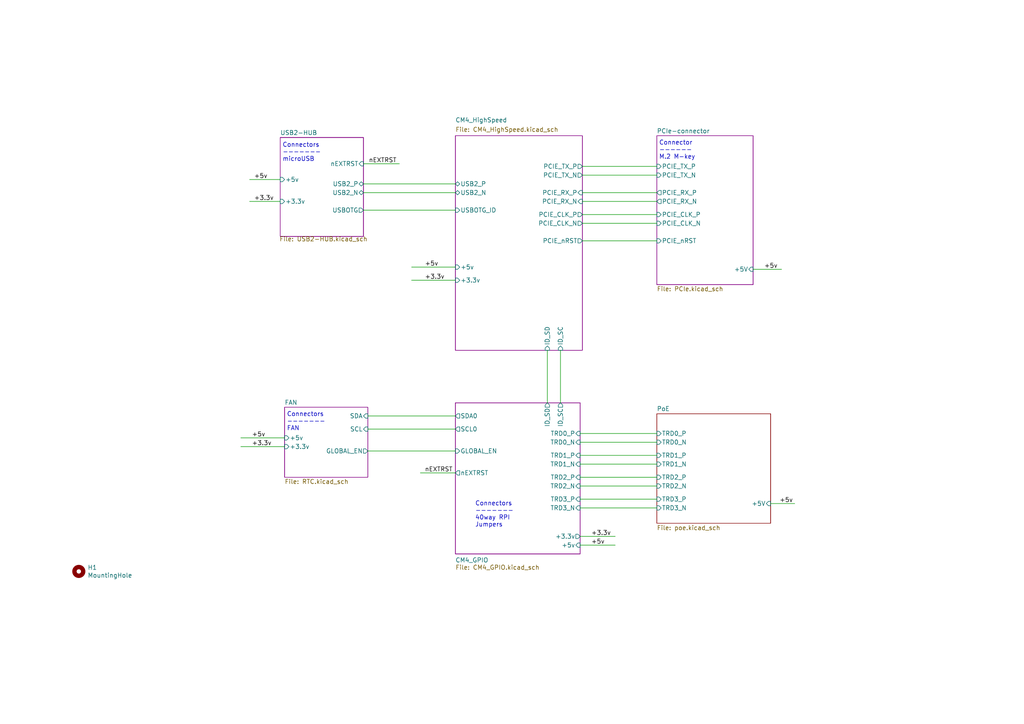
<source format=kicad_sch>
(kicad_sch (version 20211123) (generator eeschema)
  (paper "A4")
  (title_block (title "bitcart - Top Level") (date "2022-06-02") (rev "1") (comment 1 "https://github.com/skot/bitcart.git"))
  (lib_symbols
    (symbol "Mechanical:MountingHole"
      (property "Reference" "H" (at 0 5.08 0))
      (property "Value" "MountingHole" (at 0 3.175 0))
      (symbol "MountingHole_0_1"
        (circle (center 0 0) (radius 1.27) (stroke (width 1.27)))
      )
    )
  )
  (wire (pts (xy 81.28 52.07) (xy 72.39 52.07)))
  (wire (pts (xy 168.91 55.88) (xy 190.5 55.88)))
  (wire (pts (xy 105.41 47.498) (xy 115.824 47.498)))
  (wire (pts (xy 168.275 144.78) (xy 190.5 144.78)))
  (wire (pts (xy 168.91 69.85) (xy 190.5 69.85)))
  (wire (pts (xy 106.68 124.46) (xy 132.08 124.46)))
  (wire (pts (xy 162.56 116.84) (xy 162.56 101.6)))
  (wire (pts (xy 105.41 55.88) (xy 132.08 55.88)))
  (wire (pts (xy 168.275 134.62) (xy 190.5 134.62)))
  (wire (pts (xy 168.275 140.97) (xy 190.5 140.97)))
  (wire (pts (xy 168.91 58.42) (xy 190.5 58.42)))
  (wire (pts (xy 168.275 132.08) (xy 190.5 132.08)))
  (wire (pts (xy 168.91 50.8) (xy 190.5 50.8)))
  (wire (pts (xy 168.275 147.32) (xy 190.5 147.32)))
  (wire (pts (xy 119.38 77.47) (xy 132.08 77.47)))
  (wire (pts (xy 168.91 64.77) (xy 190.5 64.77)))
  (wire (pts (xy 81.28 58.42) (xy 72.39 58.42)))
  (wire (pts (xy 69.85 127) (xy 82.55 127)))
  (wire (pts (xy 168.275 155.575) (xy 178.435 155.575)))
  (wire (pts (xy 106.68 130.81) (xy 132.08 130.81)))
  (wire (pts (xy 168.275 138.43) (xy 190.5 138.43)))
  (wire (pts (xy 106.68 120.65) (xy 132.08 120.65)))
  (wire (pts (xy 158.75 101.6) (xy 158.75 116.84)))
  (wire (pts (xy 168.275 125.73) (xy 190.5 125.73)))
  (wire (pts (xy 105.41 60.96) (xy 132.08 60.96)))
  (wire (pts (xy 82.55 129.54) (xy 69.85 129.54)))
  (wire (pts (xy 168.275 158.115) (xy 178.435 158.115)))
  (wire (pts (xy 223.52 146.05) (xy 230.505 146.05)))
  (wire (pts (xy 132.08 81.28) (xy 119.38 81.28)))
  (wire (pts (xy 218.44 78.105) (xy 226.695 78.105)))
  (wire (pts (xy 168.91 62.23) (xy 190.5 62.23)))
  (wire (pts (xy 105.41 53.34) (xy 132.08 53.34)))
  (wire (pts (xy 168.275 128.27) (xy 190.5 128.27)))
  (wire (pts (xy 121.92 137.16) (xy 132.08 137.16)))
  (wire (pts (xy 168.91 48.26) (xy 190.5 48.26)))
  (text "Connectors\n-------\nFAN" (at 83.185 125.095 0) (effects (font (size 1.27 1.27)) (justify left bottom)))
  (text "Connector\n------\nM.2 M-key" (at 191.135 46.355 0) (effects (font (size 1.27 1.27)) (justify left bottom)))
  (text "Connectors\n-------\nmicroUSB" (at 81.915 46.99 0) (effects (font (size 1.27 1.27)) (justify left bottom)))
  (text "Connectors\n-------\n40way RPI\nJumpers" (at 137.795 153.035 0) (effects (font (size 1.27 1.27)) (justify left bottom)))
  (label "+5v" (at 171.45 158.115 0))
  (label "+5v" (at 123.19 77.47 0))
  (label "+5v" (at 73.025 127 0))
  (label "+3.3v" (at 73.66 58.42 0))
  (label "+3.3v" (at 73.025 129.54 0))
  (label "+3.3v" (at 171.45 155.575 0))
  (label "+5v" (at 226.06 146.05 0))
  (label "+5v" (at 73.66 52.07 0))
  (label "nEXTRST" (at 106.934 47.498 0))
  (label "+3.3v" (at 123.19 81.28 0))
  (label "+5v" (at 221.615 78.105 0))
  (label "nEXTRST" (at 123.19 137.16 0))
  (symbol (lib_id "Mechanical:MountingHole") (at 22.86 165.735 0) (unit 1)
    (property "Reference" "H1" (at 25.4 164.592 0) (effects (justify left)))
    (property "Value" "MountingHole" (at 25.4 166.878 0) (effects (justify left)))
    (property "Footprint" "MountingHole:MountingHole_2.7mm_M2.5" (effects hide))
    (property "Field4" "nf" (effects hide))
    (property "Field5" "nf" (effects hide))
    (property "Field6" "nf" (effects hide))
    (property "Field7" "nf" (effects hide))
    (property "Part Description" "M2.5 mounting hole" (effects hide))
  )
  (sheet (at 132.08 116.84) (size 36.195 43.815) (stroke (width 0.1524) (color 132 0 132 1)) (fill (color 255 255 255 0.0000))
    (property "Sheet name" "CM4_GPIO " (at 132.08 163.195 0) (effects (justify left bottom)))
    (property "Sheet file" "CM4_GPIO.kicad_sch" (at 132.08 163.83 0) (effects (justify left top)))
    (pin "ID_SC" output (at 162.56 116.84 90))
    (pin "ID_SD" output (at 158.75 116.84 90))
    (pin "+5v" input (at 168.275 158.115 0))
    (pin "+3.3v" output (at 168.275 155.575 0))
    (pin "nEXTRST" output (at 132.08 137.16 180))
    (pin "GLOBAL_EN" input (at 132.08 130.81 180))
    (pin "TRD3_P" input (at 168.275 144.78 0))
    (pin "TRD3_N" input (at 168.275 147.32 0))
    (pin "TRD2_N" input (at 168.275 140.97 0))
    (pin "TRD2_P" input (at 168.275 138.43 0))
    (pin "TRD1_P" input (at 168.275 132.08 0))
    (pin "TRD1_N" input (at 168.275 134.62 0))
    (pin "TRD0_P" input (at 168.275 125.73 0))
    (pin "TRD0_N" input (at 168.275 128.27 0))
    (pin "SCL0" output (at 132.08 124.46 180))
    (pin "SDA0" output (at 132.08 120.65 180))
  )
  (sheet (at 132.08 39.37) (size 36.83 62.23) (stroke (width 0.1524) (color 132 0 132 1)) (fill (color 255 255 255 0.0000))
    (property "Sheet name" "CM4_HighSpeed" (at 132.08 35.56 0) (effects (justify left bottom)))
    (property "Sheet file" "CM4_HighSpeed.kicad_sch" (at 132.08 36.83 0) (effects (justify left top)))
    (pin "USB2_N" bidirectional (at 132.08 55.88 180))
    (pin "USB2_P" bidirectional (at 132.08 53.34 180))
    (pin "ID_SC" input (at 162.56 101.6 270))
    (pin "ID_SD" input (at 158.75 101.6 270))
    (pin "+5v" input (at 132.08 77.47 180))
    (pin "PCIE_CLK_P" output (at 168.91 62.23 0))
    (pin "PCIE_CLK_N" output (at 168.91 64.77 0))
    (pin "PCIE_TX_P" output (at 168.91 48.26 0))
    (pin "PCIE_TX_N" output (at 168.91 50.8 0))
    (pin "PCIE_nRST" output (at 168.91 69.85 0))
    (pin "PCIE_RX_P" input (at 168.91 55.88 0))
    (pin "PCIE_RX_N" input (at 168.91 58.42 0))
    (pin "+3.3v" input (at 132.08 81.28 180))
    (pin "USBOTG_ID" input (at 132.08 60.96 180))
  )
  (sheet (at 81.28 39.878) (size 24.13 28.702) (stroke (width 0.1524) (color 132 0 132 1)) (fill (color 255 255 255 0.0000))
    (property "Sheet name" "USB2-HUB" (at 81.28 39.2425 0) (effects (justify left bottom)))
    (property "Sheet file" "USB2-HUB.kicad_sch" (at 81.026 68.58 0) (effects (justify left top)))
    (pin "USB2_N" bidirectional (at 105.41 55.88 0))
    (pin "USB2_P" bidirectional (at 105.41 53.34 0))
    (pin "+5v" input (at 81.28 52.07 180))
    (pin "+3.3v" input (at 81.28 58.42 180))
    (pin "nEXTRST" input (at 105.41 47.498 0))
    (pin "USBOTG" output (at 105.41 60.96 0))
  )
  (sheet (at 82.55 118.11) (size 24.13 20.32) (stroke (width 0.1524) (color 132 0 132 1)) (fill (color 255 255 255 0.0000))
    (property "Sheet name" "FAN" (at 82.55 117.4745 0) (effects (justify left bottom)))
    (property "Sheet file" "RTC.kicad_sch" (at 82.55 138.9385 0) (effects (justify left top)))
    (pin "SCL" input (at 106.68 124.46 0))
    (pin "SDA" input (at 106.68 120.65 0))
    (pin "+5v" input (at 82.55 127 180))
    (pin "+3.3v" input (at 82.55 129.54 180))
    (pin "GLOBAL_EN" output (at 106.68 130.81 0))
  )
  (sheet (at 190.5 39.37) (size 27.94 43.18) (stroke (width 0.152) (color 132 0 132 1)) (fill (color 255 255 255 0.0000))
    (property "Sheet name" "PCIe-connector" (at 190.5 38.734 0) (effects (justify left bottom)))
    (property "Sheet file" "PCIe.kicad_sch" (at 190.5 83.0585 0) (effects (justify left top)))
    (pin "PCIE_CLK_P" input (at 190.5 62.23 180))
    (pin "PCIE_CLK_N" input (at 190.5 64.77 180))
    (pin "PCIE_TX_P" input (at 190.5 48.26 180))
    (pin "PCIE_TX_N" input (at 190.5 50.8 180))
    (pin "PCIE_nRST" input (at 190.5 69.85 180))
    (pin "PCIE_RX_P" output (at 190.5 55.88 180))
    (pin "PCIE_RX_N" output (at 190.5 58.42 180))
    (pin "+5V" input (at 218.44 78.105 0))
  )
  (sheet (at 190.5 120.015) (size 33.02 31.75) (stroke (width 0.1524))
    (property "Sheet name" "PoE" (at 190.5 119.3034 0) (effects (justify left bottom)))
    (property "Sheet file" "poe.kicad_sch" (at 190.5 152.3496 0) (effects (justify left top)))
    (pin "TRD0_P" input (at 190.5 125.73 180))
    (pin "TRD3_N" input (at 190.5 147.32 180))
    (pin "TRD2_P" input (at 190.5 138.43 180))
    (pin "TRD0_N" input (at 190.5 128.27 180))
    (pin "TRD1_P" input (at 190.5 132.08 180))
    (pin "TRD1_N" input (at 190.5 134.62 180))
    (pin "TRD2_N" input (at 190.5 140.97 180))
    (pin "TRD3_P" input (at 190.5 144.78 180))
    (pin "+5V" input (at 223.52 146.05 0))
  )
)
</source>
